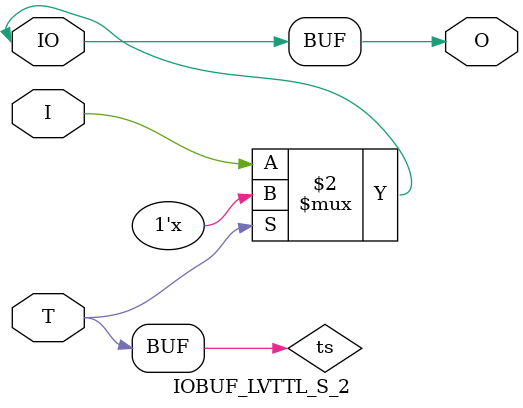
<source format=v>

/*

FUNCTION	: INPUT TRI-STATE OUTPUT BUFFER

*/

`celldefine
`timescale  100 ps / 10 ps

module IOBUF_LVTTL_S_2 (O, IO, I, T);

    output O;

    inout  IO;

    input  I, T;

    or O1 (ts, 1'b0, T);
    bufif0 T1 (IO, I, ts);

    buf B1 (O, IO);

endmodule

</source>
